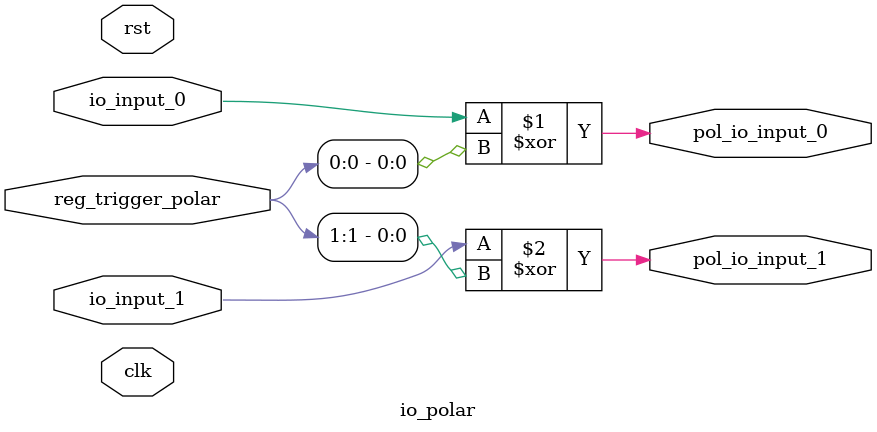
<source format=v>
/********************************************************************
#Author       : Tianhu.li  --  tianhu.li@insnex.com
#Date         : 2023-02-22 11:31:58
#LastEditors  : Tianhu.li  --  tianhu.li@insnex.com
#LastEditTime : 2023-02-22 11:42:13
#FilePath     : io_polar.v
#Description  : ---
#Copyright (c) 2023 by Insnex.com, All Rights Reserved.
********************************************************************/
module io_polar(
    input                           clk                             ,
    input                           rst                             ,

    input       [1:0]               reg_trigger_polar               ,

    input                           io_input_0                      ,
    input                           io_input_1                      ,

    output                          pol_io_input_0                  ,
    output                          pol_io_input_1

);


/********************************************************************
*                         Regs Here                                 *
********************************************************************/


/********************************************************************
*                         Wires Here                                *
********************************************************************/


/********************************************************************
*                         Logic Here                                *
********************************************************************/

assign pol_io_input_0 = io_input_0 ^ reg_trigger_polar[0];
assign pol_io_input_1 = io_input_1 ^ reg_trigger_polar[1];

endmodule

</source>
